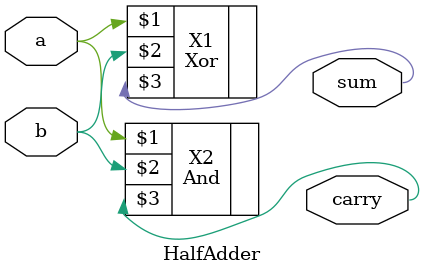
<source format=v>
`timescale 1ns / 1ps
module HalfAdder(input a,b, 
    output sum,carry);
    Xor X1(a,b,sum);
    And X2(a,b,carry);
endmodule
</source>
